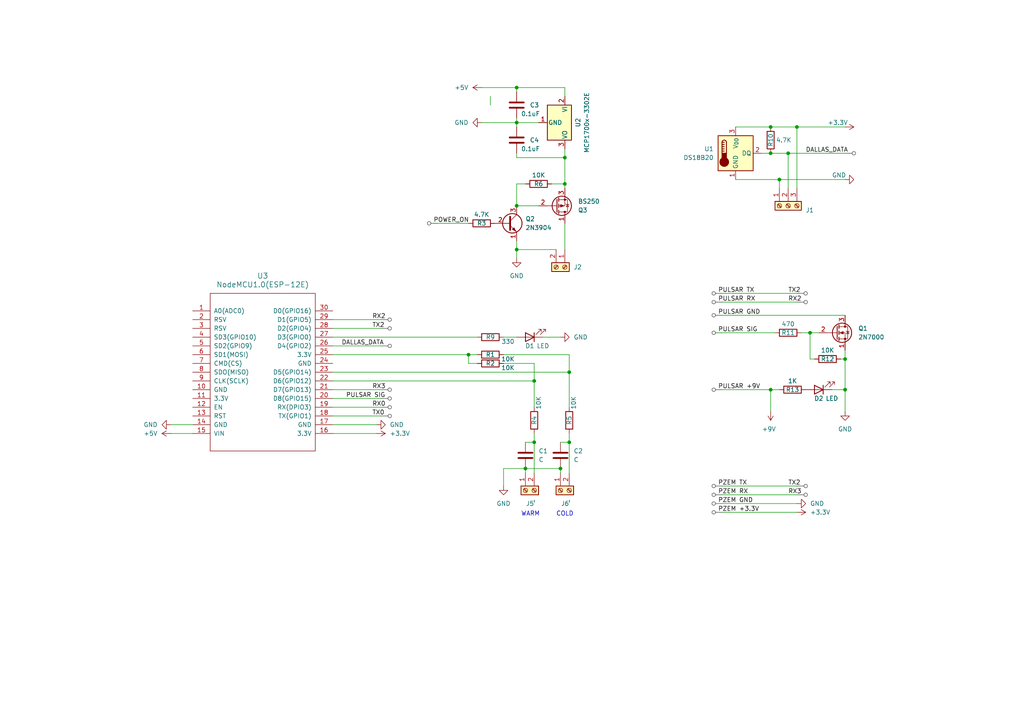
<source format=kicad_sch>
(kicad_sch (version 20230121) (generator eeschema)
  (paper "A4")
  (lib_symbols
    (symbol "Connector:Screw_Terminal_01x02" (pin_names (offset 1.016) hide)
      (property "Reference" "J" (at 0 2.54 0))
      (property "Value" "Screw_Terminal_01x02" (at 0 -5.08 0))
      (symbol "Screw_Terminal_01x02_1_1"
        (rectangle (start -1.27 1.27) (end 1.27 -3.81) (stroke (width 0.254)) (fill (type background)))
        (circle (center 0 -2.54) (radius 0.635) (stroke (width 0.1524)))
        (polyline (pts (xy -0.5334 -2.2098) (xy 0.3302 -3.048)) (stroke (width 0.1524)))
        (polyline (pts (xy -0.5334 0.3302) (xy 0.3302 -0.508)) (stroke (width 0.1524)))
        (polyline (pts (xy -0.3556 -2.032) (xy 0.508 -2.8702)) (stroke (width 0.1524)))
        (polyline (pts (xy -0.3556 0.508) (xy 0.508 -0.3302)) (stroke (width 0.1524)))
        (circle (center 0 0) (radius 0.635) (stroke (width 0.1524)))
        (pin passive line (at -5.08 0 0) (length 3.81) (name "Pin_1") (number "1"))
        (pin passive line (at -5.08 -2.54 0) (length 3.81) (name "Pin_2") (number "2"))
      )
    )
    (symbol "Connector:Screw_Terminal_01x03" (pin_names (offset 1.016) hide)
      (property "Reference" "J" (at 0 5.08 0))
      (property "Value" "Screw_Terminal_01x03" (at 0 -5.08 0))
      (symbol "Screw_Terminal_01x03_1_1"
        (rectangle (start -1.27 3.81) (end 1.27 -3.81) (stroke (width 0.254)) (fill (type background)))
        (circle (center 0 -2.54) (radius 0.635) (stroke (width 0.1524)))
        (polyline (pts (xy -0.5334 -2.2098) (xy 0.3302 -3.048)) (stroke (width 0.1524)))
        (polyline (pts (xy -0.5334 0.3302) (xy 0.3302 -0.508)) (stroke (width 0.1524)))
        (polyline (pts (xy -0.5334 2.8702) (xy 0.3302 2.032)) (stroke (width 0.1524)))
        (polyline (pts (xy -0.3556 -2.032) (xy 0.508 -2.8702)) (stroke (width 0.1524)))
        (polyline (pts (xy -0.3556 0.508) (xy 0.508 -0.3302)) (stroke (width 0.1524)))
        (polyline (pts (xy -0.3556 3.048) (xy 0.508 2.2098)) (stroke (width 0.1524)))
        (circle (center 0 0) (radius 0.635) (stroke (width 0.1524)))
        (circle (center 0 2.54) (radius 0.635) (stroke (width 0.1524)))
        (pin passive line (at -5.08 2.54 0) (length 3.81) (name "Pin_1") (number "1"))
        (pin passive line (at -5.08 0 0) (length 3.81) (name "Pin_2") (number "2"))
        (pin passive line (at -5.08 -2.54 0) (length 3.81) (name "Pin_3") (number "3"))
      )
    )
    (symbol "Device:C" (pin_numbers hide) (pin_names (offset 0.254))
      (property "Reference" "C" (at 0.635 2.54 0))
      (property "Value" "C" (at 0.635 -2.54 0))
      (symbol "C_0_1"
        (polyline (pts (xy -2.032 -0.762) (xy 2.032 -0.762)) (stroke (width 0.508)))
        (polyline (pts (xy -2.032 0.762) (xy 2.032 0.762)) (stroke (width 0.508)))
      )
      (symbol "C_1_1"
        (pin passive line (at 0 3.81 270) (length 2.794) (name "~") (number "1"))
        (pin passive line (at 0 -3.81 90) (length 2.794) (name "~") (number "2"))
      )
    )
    (symbol "Device:LED" (pin_numbers hide) (pin_names (offset 1.016) hide)
      (property "Reference" "D" (at 0 2.54 0))
      (property "Value" "LED" (at 0 -2.54 0))
      (symbol "LED_0_1"
        (polyline (pts (xy -1.27 -1.27) (xy -1.27 1.27)) (stroke (width 0.254)))
        (polyline (pts (xy -1.27 0) (xy 1.27 0)))
        (polyline (pts (xy 1.27 -1.27) (xy 1.27 1.27) (xy -1.27 0) (xy 1.27 -1.27)) (stroke (width 0.254)))
        (polyline (pts (xy -3.048 -0.762) (xy -4.572 -2.286) (xy -3.81 -2.286) (xy -4.572 -2.286) (xy -4.572 -1.524)))
        (polyline (pts (xy -1.778 -0.762) (xy -3.302 -2.286) (xy -2.54 -2.286) (xy -3.302 -2.286) (xy -3.302 -1.524)))
      )
      (symbol "LED_1_1"
        (pin passive line (at -3.81 0 0) (length 2.54) (name "K") (number "1"))
        (pin passive line (at 3.81 0 180) (length 2.54) (name "A") (number "2"))
      )
    )
    (symbol "Device:R" (pin_numbers hide) (pin_names (offset 0))
      (property "Reference" "R" (at 2.032 0 90))
      (property "Value" "R" (at 0 0 90))
      (symbol "R_0_1"
        (rectangle (start -1.016 -2.54) (end 1.016 2.54) (stroke (width 0.254)))
      )
      (symbol "R_1_1"
        (pin passive line (at 0 3.81 270) (length 1.27) (name "~") (number "1"))
        (pin passive line (at 0 -3.81 90) (length 1.27) (name "~") (number "2"))
      )
    )
    (symbol "ESP8266:NodeMCU1.0(ESP-12E)" (pin_names (offset 1.016))
      (property "Reference" "U" (at 0 21.59 0))
      (property "Value" "NodeMCU1.0(ESP-12E)" (at 0 -21.59 0))
      (symbol "NodeMCU1.0(ESP-12E)_0_1"
        (rectangle (start -15.24 -22.86) (end 15.24 22.86))
      )
      (symbol "NodeMCU1.0(ESP-12E)_1_1"
        (pin input line (at -20.32 17.78 0) (length 5.08) (name "A0(ADC0)") (number "1"))
        (pin input line (at -20.32 -5.08 0) (length 5.08) (name "GND") (number "10"))
        (pin input line (at -20.32 -7.62 0) (length 5.08) (name "3.3V") (number "11"))
        (pin input line (at -20.32 -10.16 0) (length 5.08) (name "EN") (number "12"))
        (pin input line (at -20.32 -12.7 0) (length 5.08) (name "RST") (number "13"))
        (pin input line (at -20.32 -15.24 0) (length 5.08) (name "GND") (number "14"))
        (pin input line (at -20.32 -17.78 0) (length 5.08) (name "VIN") (number "15"))
        (pin input line (at 20.32 -17.78 180) (length 5.08) (name "3.3V") (number "16"))
        (pin input line (at 20.32 -15.24 180) (length 5.08) (name "GND") (number "17"))
        (pin input line (at 20.32 -12.7 180) (length 5.08) (name "TX(GPIO1)") (number "18"))
        (pin input line (at 20.32 -10.16 180) (length 5.08) (name "RX(DPIO3)") (number "19"))
        (pin input line (at -20.32 15.24 0) (length 5.08) (name "RSV") (number "2"))
        (pin input line (at 20.32 -7.62 180) (length 5.08) (name "D8(GPIO15)") (number "20"))
        (pin input line (at 20.32 -5.08 180) (length 5.08) (name "D7(GPIO13)") (number "21"))
        (pin input line (at 20.32 -2.54 180) (length 5.08) (name "D6(GPIO12)") (number "22"))
        (pin input line (at 20.32 0 180) (length 5.08) (name "D5(GPIO14)") (number "23"))
        (pin input line (at 20.32 2.54 180) (length 5.08) (name "GND") (number "24"))
        (pin input line (at 20.32 5.08 180) (length 5.08) (name "3.3V") (number "25"))
        (pin input line (at 20.32 7.62 180) (length 5.08) (name "D4(GPIO2)") (number "26"))
        (pin input line (at 20.32 10.16 180) (length 5.08) (name "D3(GPIO0)") (number "27"))
        (pin input line (at 20.32 12.7 180) (length 5.08) (name "D2(GPIO4)") (number "28"))
        (pin input line (at 20.32 15.24 180) (length 5.08) (name "D1(GPIO5)") (number "29"))
        (pin input line (at -20.32 12.7 0) (length 5.08) (name "RSV") (number "3"))
        (pin input line (at 20.32 17.78 180) (length 5.08) (name "D0(GPIO16)") (number "30"))
        (pin input line (at -20.32 10.16 0) (length 5.08) (name "SD3(GPIO10)") (number "4"))
        (pin input line (at -20.32 7.62 0) (length 5.08) (name "SD2(GPIO9)") (number "5"))
        (pin input line (at -20.32 5.08 0) (length 5.08) (name "SD1(MOSI)") (number "6"))
        (pin input line (at -20.32 2.54 0) (length 5.08) (name "CMD(CS)") (number "7"))
        (pin input line (at -20.32 0 0) (length 5.08) (name "SDO(MISO)") (number "8"))
        (pin input line (at -20.32 -2.54 0) (length 5.08) (name "CLK(SCLK)") (number "9"))
      )
    )
    (symbol "Regulator_Linear:MCP1700x-330xxTO" (pin_names (offset 0.254))
      (property "Reference" "U" (at -3.81 -3.175 0))
      (property "Value" "MCP1700x-330xxTO" (at 0 -3.175 0))
      (symbol "MCP1700x-330xxTO_0_1"
        (rectangle (start -5.08 5.08) (end 5.08 -1.905) (stroke (width 0.254)) (fill (type background)))
      )
      (symbol "MCP1700x-330xxTO_1_1"
        (pin power_in line (at 0 7.62 270) (length 2.54) (name "GND") (number "1"))
        (pin power_in line (at -7.62 0 0) (length 2.54) (name "VI") (number "2"))
        (pin power_out line (at 7.62 0 180) (length 2.54) (name "VO") (number "3"))
      )
    )
    (symbol "Sensor_Temperature:DS18B20"
      (property "Reference" "U" (at -3.81 6.35 0))
      (property "Value" "DS18B20" (at 6.35 6.35 0))
      (symbol "DS18B20_0_1"
        (rectangle (start -5.08 5.08) (end 5.08 -5.08) (stroke (width 0.254)) (fill (type background)))
        (circle (center -3.302 -2.54) (radius 1.27) (stroke (width 0.254)) (fill (type outline)))
        (rectangle (start -2.667 -1.905) (end -3.937 0) (stroke (width 0.254)) (fill (type outline)))
        (arc (start -2.667 3.175) (mid -3.302 3.8073) (end -3.937 3.175) (stroke (width 0.254)))
        (polyline (pts (xy -3.937 0.635) (xy -3.302 0.635)) (stroke (width 0.254)))
        (polyline (pts (xy -3.937 1.27) (xy -3.302 1.27)) (stroke (width 0.254)))
        (polyline (pts (xy -3.937 1.905) (xy -3.302 1.905)) (stroke (width 0.254)))
        (polyline (pts (xy -3.937 2.54) (xy -3.302 2.54)) (stroke (width 0.254)))
        (polyline (pts (xy -3.937 3.175) (xy -3.937 0)) (stroke (width 0.254)))
        (polyline (pts (xy -3.937 3.175) (xy -3.302 3.175)) (stroke (width 0.254)))
        (polyline (pts (xy -2.667 3.175) (xy -2.667 0)) (stroke (width 0.254)))
      )
      (symbol "DS18B20_1_1"
        (pin power_in line (at 0 -7.62 90) (length 2.54) (name "GND") (number "1"))
        (pin bidirectional line (at 7.62 0 180) (length 2.54) (name "DQ") (number "2"))
        (pin power_in line (at 0 7.62 270) (length 2.54) (name "V_{DD}") (number "3"))
      )
    )
    (symbol "Transistor_BJT:2N3904" (pin_names (offset 0) hide)
      (property "Reference" "Q" (at 5.08 1.905 0))
      (property "Value" "2N3904" (at 5.08 0 0))
      (symbol "2N3904_0_1"
        (polyline (pts (xy 0.635 0.635) (xy 2.54 2.54)))
        (polyline (pts (xy 0.635 -0.635) (xy 2.54 -2.54) (xy 2.54 -2.54)))
        (polyline (pts (xy 0.635 1.905) (xy 0.635 -1.905) (xy 0.635 -1.905)) (stroke (width 0.508)))
        (polyline (pts (xy 1.27 -1.778) (xy 1.778 -1.27) (xy 2.286 -2.286) (xy 1.27 -1.778) (xy 1.27 -1.778)) (fill (type outline)))
        (circle (center 1.27 0) (radius 2.8194) (stroke (width 0.254)))
      )
      (symbol "2N3904_1_1"
        (pin passive line (at 2.54 -5.08 90) (length 2.54) (name "E") (number "1"))
        (pin passive line (at -5.08 0 0) (length 5.715) (name "B") (number "2"))
        (pin passive line (at 2.54 5.08 270) (length 2.54) (name "C") (number "3"))
      )
    )
    (symbol "Transistor_FET:2N7000" (pin_names hide)
      (property "Reference" "Q" (at 5.08 1.905 0))
      (property "Value" "2N7000" (at 5.08 0 0))
      (symbol "2N7000_0_1"
        (polyline (pts (xy 0.254 0) (xy -2.54 0)))
        (polyline (pts (xy 0.254 1.905) (xy 0.254 -1.905)) (stroke (width 0.254)))
        (polyline (pts (xy 0.762 -1.27) (xy 0.762 -2.286)) (stroke (width 0.254)))
        (polyline (pts (xy 0.762 0.508) (xy 0.762 -0.508)) (stroke (width 0.254)))
        (polyline (pts (xy 0.762 2.286) (xy 0.762 1.27)) (stroke (width 0.254)))
        (polyline (pts (xy 2.54 2.54) (xy 2.54 1.778)))
        (polyline (pts (xy 2.54 -2.54) (xy 2.54 0) (xy 0.762 0)))
        (polyline (pts (xy 0.762 -1.778) (xy 3.302 -1.778) (xy 3.302 1.778) (xy 0.762 1.778)))
        (polyline (pts (xy 1.016 0) (xy 2.032 0.381) (xy 2.032 -0.381) (xy 1.016 0)) (fill (type outline)))
        (polyline (pts (xy 2.794 0.508) (xy 2.921 0.381) (xy 3.683 0.381) (xy 3.81 0.254)))
        (polyline (pts (xy 3.302 0.381) (xy 2.921 -0.254) (xy 3.683 -0.254) (xy 3.302 0.381)))
        (circle (center 1.651 0) (radius 2.794) (stroke (width 0.254)))
        (circle (center 2.54 -1.778) (radius 0.254) (fill (type outline)))
        (circle (center 2.54 1.778) (radius 0.254) (fill (type outline)))
      )
      (symbol "2N7000_1_1"
        (pin passive line (at 2.54 -5.08 90) (length 2.54) (name "S") (number "1"))
        (pin input line (at -5.08 0 0) (length 2.54) (name "G") (number "2"))
        (pin passive line (at 2.54 5.08 270) (length 2.54) (name "D") (number "3"))
      )
    )
    (symbol "Transistor_FET:BS250" (pin_names hide)
      (property "Reference" "Q" (at 5.08 1.905 0))
      (property "Value" "BS250" (at 5.08 0 0))
      (symbol "BS250_0_1"
        (polyline (pts (xy 0.254 0) (xy -2.54 0)))
        (polyline (pts (xy 0.254 1.905) (xy 0.254 -1.905)) (stroke (width 0.254)))
        (polyline (pts (xy 0.762 -1.27) (xy 0.762 -2.286)) (stroke (width 0.254)))
        (polyline (pts (xy 0.762 0.508) (xy 0.762 -0.508)) (stroke (width 0.254)))
        (polyline (pts (xy 0.762 2.286) (xy 0.762 1.27)) (stroke (width 0.254)))
        (polyline (pts (xy 2.54 2.54) (xy 2.54 1.778)))
        (polyline (pts (xy 2.54 -2.54) (xy 2.54 0) (xy 0.762 0)))
        (polyline (pts (xy 0.762 1.778) (xy 3.302 1.778) (xy 3.302 -1.778) (xy 0.762 -1.778)))
        (polyline (pts (xy 2.286 0) (xy 1.27 0.381) (xy 1.27 -0.381) (xy 2.286 0)) (fill (type outline)))
        (polyline (pts (xy 2.794 -0.508) (xy 2.921 -0.381) (xy 3.683 -0.381) (xy 3.81 -0.254)))
        (polyline (pts (xy 3.302 -0.381) (xy 2.921 0.254) (xy 3.683 0.254) (xy 3.302 -0.381)))
        (circle (center 1.651 0) (radius 2.794) (stroke (width 0.254)))
        (circle (center 2.54 -1.778) (radius 0.254) (fill (type outline)))
        (circle (center 2.54 1.778) (radius 0.254) (fill (type outline)))
      )
      (symbol "BS250_1_1"
        (pin passive line (at 2.54 5.08 270) (length 2.54) (name "D") (number "1"))
        (pin input line (at -5.08 0 0) (length 2.54) (name "G") (number "2"))
        (pin passive line (at 2.54 -5.08 90) (length 2.54) (name "S") (number "3"))
      )
    )
    (symbol "power:+3.3V" (power) (pin_names (offset 0))
      (property "Value" "+3.3V" (at 0 3.556 0))
      (symbol "+3.3V_0_1"
        (polyline (pts (xy -0.762 1.27) (xy 0 2.54)))
        (polyline (pts (xy 0 0) (xy 0 2.54)))
        (polyline (pts (xy 0 2.54) (xy 0.762 1.27)))
      )
      (symbol "+3.3V_1_1"
        (pin power_in line (at 0 0 90) (length 0) hide (name "+3.3V") (number "1"))
      )
    )
    (symbol "power:+5V" (power) (pin_names (offset 0))
      (property "Value" "+5V" (at 0 3.556 0))
      (symbol "+5V_0_1"
        (polyline (pts (xy -0.762 1.27) (xy 0 2.54)))
        (polyline (pts (xy 0 0) (xy 0 2.54)))
        (polyline (pts (xy 0 2.54) (xy 0.762 1.27)))
      )
      (symbol "+5V_1_1"
        (pin power_in line (at 0 0 90) (length 0) hide (name "+5V") (number "1"))
      )
    )
    (symbol "power:+9V" (power) (pin_names (offset 0))
      (property "Value" "+9V" (at 0 3.556 0))
      (symbol "+9V_0_1"
        (polyline (pts (xy -0.762 1.27) (xy 0 2.54)))
        (polyline (pts (xy 0 0) (xy 0 2.54)))
        (polyline (pts (xy 0 2.54) (xy 0.762 1.27)))
      )
      (symbol "+9V_1_1"
        (pin power_in line (at 0 0 90) (length 0) hide (name "+9V") (number "1"))
      )
    )
    (symbol "power:GND" (power) (pin_names (offset 0))
      (property "Value" "GND" (at 0 -3.81 0))
      (symbol "GND_0_1"
        (polyline (pts (xy 0 0) (xy 0 -1.27) (xy 1.27 -1.27) (xy 0 -2.54) (xy -1.27 -1.27) (xy 0 -1.27)))
      )
      (symbol "GND_1_1"
        (pin power_in line (at 0 0 270) (length 0) hide (name "GND") (number "1"))
      )
    )
  )
  (junction (at 234.95 96.52))
  (junction (at 223.52 36.83))
  (junction (at 223.52 113.03))
  (junction (at 154.94 110.49))
  (junction (at 226.06 52.07))
  (junction (at 228.6 44.45))
  (junction (at 149.86 72.39))
  (junction (at 162.56 135.89))
  (junction (at 149.86 25.4))
  (junction (at 223.52 44.45))
  (junction (at 152.4 135.89))
  (junction (at 149.86 59.69))
  (junction (at 165.1 128.27))
  (junction (at 135.89 102.87))
  (junction (at 231.14 36.83))
  (junction (at 163.83 53.34))
  (junction (at 245.11 113.03))
  (junction (at 165.1 107.95))
  (junction (at 163.83 45.72))
  (junction (at 245.11 104.14))
  (junction (at 149.86 35.56))
  (junction (at 154.94 128.27))
  (wire (pts (xy 245.11 104.14) (xy 245.11 113.03)))
  (wire (pts (xy 223.52 36.83) (xy 231.14 36.83)))
  (wire (pts (xy 149.86 25.4) (xy 163.83 25.4)))
  (wire (pts (xy 152.4 135.89) (xy 162.56 135.89)))
  (wire (pts (xy 209.55 140.97) (xy 231.14 140.97)))
  (wire (pts (xy 234.95 96.52) (xy 234.95 104.14)))
  (wire (pts (xy 149.86 45.72) (xy 163.83 45.72)))
  (wire (pts (xy 49.53 125.73) (xy 55.88 125.73)))
  (wire (pts (xy 96.52 92.71) (xy 110.49 92.71)))
  (wire (pts (xy 96.52 107.95) (xy 165.1 107.95)))
  (wire (pts (xy 96.52 100.33) (xy 110.49 100.33)))
  (wire (pts (xy 237.49 96.52) (xy 234.95 96.52)))
  (wire (pts (xy 149.86 69.85) (xy 149.86 72.39)))
  (wire (pts (xy 165.1 102.87) (xy 165.1 107.95)))
  (wire (pts (xy 223.52 44.45) (xy 220.98 44.45)))
  (wire (pts (xy 154.94 110.49) (xy 154.94 118.11)))
  (wire (pts (xy 154.94 105.41) (xy 154.94 110.49)))
  (wire (pts (xy 228.6 44.45) (xy 245.11 44.45)))
  (wire (pts (xy 226.06 52.07) (xy 226.06 54.61)))
  (wire (pts (xy 241.3 113.03) (xy 245.11 113.03)))
  (wire (pts (xy 152.4 128.27) (xy 154.94 128.27)))
  (wire (pts (xy 146.05 105.41) (xy 154.94 105.41)))
  (wire (pts (xy 163.83 45.72) (xy 163.83 53.34)))
  (wire (pts (xy 149.86 72.39) (xy 161.29 72.39)))
  (wire (pts (xy 149.86 35.56) (xy 156.21 35.56)))
  (wire (pts (xy 157.48 97.79) (xy 162.56 97.79)))
  (wire (pts (xy 236.22 104.14) (xy 234.95 104.14)))
  (wire (pts (xy 245.11 101.6) (xy 245.11 104.14)))
  (wire (pts (xy 209.55 87.63) (xy 231.14 87.63)))
  (wire (pts (xy 149.86 34.29) (xy 149.86 35.56)))
  (wire (pts (xy 163.83 43.18) (xy 163.83 45.72)))
  (wire (pts (xy 149.86 59.69) (xy 156.21 59.69)))
  (wire (pts (xy 96.52 97.79) (xy 138.43 97.79)))
  (wire (pts (xy 96.52 113.03) (xy 110.49 113.03)))
  (wire (pts (xy 165.1 125.73) (xy 165.1 128.27)))
  (wire (pts (xy 146.05 102.87) (xy 165.1 102.87)))
  (wire (pts (xy 226.06 52.07) (xy 245.11 52.07)))
  (wire (pts (xy 223.52 113.03) (xy 209.55 113.03)))
  (wire (pts (xy 228.6 44.45) (xy 228.6 54.61)))
  (wire (pts (xy 162.56 128.27) (xy 165.1 128.27)))
  (wire (pts (xy 96.52 95.25) (xy 110.49 95.25)))
  (wire (pts (xy 49.53 123.19) (xy 55.88 123.19)))
  (wire (pts (xy 146.05 135.89) (xy 146.05 140.97)))
  (wire (pts (xy 231.14 36.83) (xy 245.11 36.83)))
  (wire (pts (xy 139.7 25.4) (xy 149.86 25.4)))
  (wire (pts (xy 165.1 107.95) (xy 165.1 118.11)))
  (wire (pts (xy 154.94 128.27) (xy 154.94 137.16)))
  (wire (pts (xy 139.7 35.56) (xy 149.86 35.56)))
  (wire (pts (xy 143.51 64.77) (xy 142.24 64.77)))
  (wire (pts (xy 160.02 53.34) (xy 163.83 53.34)))
  (wire (pts (xy 96.52 118.11) (xy 110.49 118.11)))
  (wire (pts (xy 165.1 128.27) (xy 165.1 137.16)))
  (wire (pts (xy 234.95 96.52) (xy 232.41 96.52)))
  (wire (pts (xy 146.05 135.89) (xy 152.4 135.89)))
  (wire (pts (xy 213.36 36.83) (xy 223.52 36.83)))
  (wire (pts (xy 149.86 44.45) (xy 149.86 45.72)))
  (wire (pts (xy 149.86 53.34) (xy 149.86 59.69)))
  (wire (pts (xy 163.83 25.4) (xy 163.83 27.94)))
  (wire (pts (xy 109.22 125.73) (xy 96.52 125.73)))
  (wire (pts (xy 149.86 72.39) (xy 149.86 74.93)))
  (wire (pts (xy 209.55 146.05) (xy 231.14 146.05)))
  (wire (pts (xy 209.55 91.44) (xy 245.11 91.44)))
  (wire (pts (xy 125.73 64.77) (xy 135.89 64.77)))
  (wire (pts (xy 135.89 102.87) (xy 135.89 105.41)))
  (wire (pts (xy 152.4 135.89) (xy 152.4 137.16)))
  (wire (pts (xy 135.89 102.87) (xy 138.43 102.87)))
  (wire (pts (xy 96.52 120.65) (xy 110.49 120.65)))
  (wire (pts (xy 142.24 30.48) (xy 142.24 27.94)))
  (wire (pts (xy 154.94 125.73) (xy 154.94 128.27)))
  (wire (pts (xy 109.22 123.19) (xy 96.52 123.19)))
  (wire (pts (xy 96.52 110.49) (xy 154.94 110.49)))
  (wire (pts (xy 163.83 53.34) (xy 163.83 54.61)))
  (wire (pts (xy 209.55 85.09) (xy 231.14 85.09)))
  (wire (pts (xy 163.83 64.77) (xy 163.83 72.39)))
  (wire (pts (xy 243.84 104.14) (xy 245.11 104.14)))
  (wire (pts (xy 209.55 143.51) (xy 231.14 143.51)))
  (wire (pts (xy 162.56 135.89) (xy 162.56 137.16)))
  (wire (pts (xy 149.86 36.83) (xy 149.86 35.56)))
  (wire (pts (xy 223.52 113.03) (xy 223.52 119.38)))
  (wire (pts (xy 223.52 44.45) (xy 228.6 44.45)))
  (wire (pts (xy 152.4 53.34) (xy 149.86 53.34)))
  (wire (pts (xy 135.89 105.41) (xy 138.43 105.41)))
  (wire (pts (xy 208.28 96.52) (xy 224.79 96.52)))
  (wire (pts (xy 245.11 113.03) (xy 245.11 119.38)))
  (wire (pts (xy 231.14 36.83) (xy 231.14 54.61)))
  (wire (pts (xy 146.05 97.79) (xy 149.86 97.79)))
  (wire (pts (xy 213.36 52.07) (xy 226.06 52.07)))
  (wire (pts (xy 209.55 148.59) (xy 231.14 148.59)))
  (wire (pts (xy 149.86 26.67) (xy 149.86 25.4)))
  (wire (pts (xy 96.52 102.87) (xy 135.89 102.87)))
  (wire (pts (xy 96.52 115.57) (xy 110.49 115.57)))
  (wire (pts (xy 223.52 113.03) (xy 226.06 113.03)))
  (text "WARM" (at 151.13 149.86 0) (effects (font (size 1.27 1.27)) (justify left bottom)))
  (text "COLD" (at 161.29 149.86 0) (effects (font (size 1.27 1.27)) (justify left bottom)))
  (label "PULSAR SIG" (at 100.33 115.57 0))
  (label "RX2" (at 107.95 92.71 0))
  (label "PULSAR +9V" (at 208.28 113.03 0))
  (label "TX0" (at 107.95 120.65 0))
  (label "PULSAR GND" (at 208.28 91.44 0))
  (label "RX2" (at 228.6 87.63 0))
  (label "RX0" (at 107.95 118.11 0))
  (label "DALLAS_DATA" (at 233.68 44.45 0))
  (label "PZEM RX" (at 208.28 143.51 0))
  (label "PZEM +3.3V" (at 208.28 148.59 0))
  (label "TX2" (at 228.6 140.97 0))
  (label "POWER_ON" (at 125.73 64.77 0))
  (label "DALLAS_DATA" (at 99.06 100.33 0))
  (label "PZEM GND" (at 208.28 146.05 0))
  (label "PULSAR TX" (at 208.28 85.09 0))
  (label "PZEM TX" (at 208.28 140.97 0))
  (label "RX3" (at 228.6 143.51 0))
  (label "PULSAR RX" (at 208.28 87.63 0))
  (label "TX2" (at 107.95 95.25 0))
  (label "PULSAR SIG" (at 208.28 96.52 0))
  (label "RX3" (at 107.95 113.03 0))
  (label "TX2" (at 228.6 85.09 0))
  (netclass_flag "" (length 2.54) (shape round) (at 231.14 140.97 270))
  (netclass_flag "" (length 2.54) (shape round) (at 209.55 146.05 90))
  (netclass_flag "" (length 2.54) (shape round) (at 110.49 95.25 270))
  (netclass_flag "" (length 2.54) (shape round) (at 110.49 118.11 270))
  (netclass_flag "" (length 2.54) (shape round) (at 245.11 44.45 270))
  (netclass_flag "" (length 2.54) (shape round) (at 231.14 143.51 270))
  (netclass_flag "" (length 2.54) (shape round) (at 110.49 115.57 270))
  (netclass_flag "" (length 2.54) (shape round) (at 231.14 85.09 270))
  (netclass_flag "" (length 2.54) (shape round) (at 110.49 113.03 270))
  (netclass_flag "" (length 2.54) (shape round) (at 209.55 143.51 90))
  (netclass_flag "" (length 2.54) (shape round) (at 209.55 140.97 90))
  (netclass_flag "" (length 2.54) (shape round) (at 209.55 96.52 90))
  (netclass_flag "" (length 2.54) (shape round) (at 231.14 87.63 270))
  (netclass_flag "" (length 2.54) (shape round) (at 110.49 92.71 270))
  (netclass_flag "" (length 2.54) (shape round) (at 127 64.77 90))
  (netclass_flag "" (length 2.54) (shape round) (at 209.55 85.09 90))
  (netclass_flag "" (length 2.54) (shape round) (at 110.49 120.65 270))
  (netclass_flag "" (length 2.54) (shape round) (at 209.55 91.44 90))
  (netclass_flag "" (length 2.54) (shape round) (at 209.55 113.03 90))
  (netclass_flag "" (length 2.54) (shape round) (at 110.49 100.33 270))
  (netclass_flag "" (length 2.54) (shape round) (at 209.55 87.63 90))
  (netclass_flag "" (length 2.54) (shape round) (at 209.55 148.59 90))
  (symbol (lib_id "ESP8266:NodeMCU1.0(ESP-12E)") (at 76.2 107.95 0) (unit 1)
    (property "Reference" "U3" (at 76.2 80.01 0) (effects (font (size 1.524 1.524))))
    (property "Value" "NodeMCU1.0(ESP-12E)" (at 76.2 82.55 0) (effects (font (size 1.524 1.524))))
  )
  (symbol (lib_id "Device:C") (at 162.56 132.08 0) (unit 1)
    (property "Reference" "C2" (at 166.37 130.81 0) (effects (justify left)))
    (property "Value" "C" (at 166.37 133.35 0) (effects (justify left)))
  )
  (symbol (lib_id "power:GND") (at 231.14 146.05 90) (unit 1)
    (property "Reference" "#PWR010" (effects hide))
    (property "Value" "GND" (at 234.95 146.05 90) (effects (justify right)))
  )
  (symbol (lib_id "power:+3.3V") (at 245.11 36.83 270) (unit 1)
    (property "Reference" "#PWR09" (effects hide))
    (property "Value" "+3.3V" (at 240.03 35.56 90) (effects (justify left)))
  )
  (symbol (lib_id "power:GND") (at 149.86 74.93 0) (unit 1)
    (property "Reference" "#PWR015" (effects hide))
    (property "Value" "GND" (at 149.86 80.01 0))
  )
  (symbol (lib_id "Connector:Screw_Terminal_01x03") (at 228.6 59.69 90) (mirror x) (unit 1)
    (property "Reference" "J1" (at 233.68 60.96 90) (effects (justify right)))
    (property "Value" "Screw_Terminal_01x03" (effects hide))
  )
  (symbol (lib_id "Device:R") (at 229.87 113.03 270) (unit 1)
    (property "Reference" "R13" (at 229.87 113.03 90))
    (property "Value" "1K" (at 229.87 110.49 90))
  )
  (symbol (lib_id "power:GND") (at 146.05 140.97 0) (unit 1)
    (property "Reference" "#PWR02" (effects hide))
    (property "Value" "GND" (at 146.05 146.05 0))
  )
  (symbol (lib_id "Device:R") (at 139.7 64.77 90) (unit 1)
    (property "Reference" "R3" (at 139.7 64.77 90))
    (property "Value" "4.7K" (at 139.7 62.23 90))
  )
  (symbol (lib_id "Device:R") (at 156.21 53.34 90) (unit 1)
    (property "Reference" "R6" (at 156.21 53.34 90))
    (property "Value" "10K" (at 156.21 50.8 90))
  )
  (symbol (lib_id "Device:R") (at 142.24 102.87 90) (unit 1)
    (property "Reference" "R1" (at 142.24 102.87 90))
    (property "Value" "10K" (at 147.32 104.14 90))
  )
  (symbol (lib_id "Device:C") (at 149.86 30.48 0) (unit 1)
    (property "Reference" "C3" (at 153.67 30.48 0) (effects (justify left)))
    (property "Value" "0.1uF" (at 151.13 33.02 0) (effects (justify left)))
  )
  (symbol (lib_id "Sensor_Temperature:DS18B20") (at 213.36 44.45 0) (unit 1)
    (property "Reference" "U1" (at 207.01 43.18 0) (effects (justify right)))
    (property "Value" "DS18B20" (at 207.01 45.72 0) (effects (justify right)))
    (property "Footprint" "Package_TO_SOT_THT:TO-92_Inline" (effects hide))
    (property "Datasheet" "http://datasheets.maximintegrated.com/en/ds/DS18B20.pdf" (effects hide))
  )
  (symbol (lib_id "power:GND") (at 162.56 97.79 90) (unit 1)
    (property "Reference" "#PWR04" (effects hide))
    (property "Value" "GND" (at 166.37 97.79 90) (effects (justify right)))
  )
  (symbol (lib_id "Device:R") (at 154.94 121.92 180) (unit 1)
    (property "Reference" "R4" (at 154.94 121.92 90))
    (property "Value" "10K" (at 156.21 116.84 90))
  )
  (symbol (lib_id "Connector:Screw_Terminal_01x02") (at 163.83 77.47 270) (unit 1)
    (property "Reference" "J2" (at 166.37 77.47 90) (effects (justify left)))
    (property "Value" "Screw_Terminal_01x02" (effects hide))
  )
  (symbol (lib_id "Device:LED") (at 237.49 113.03 180) (unit 1)
    (property "Reference" "D2" (at 237.49 115.57 0))
    (property "Value" "LED" (at 241.3 115.57 0))
  )
  (symbol (lib_id "Device:R") (at 228.6 96.52 90) (unit 1)
    (property "Reference" "R11" (at 228.6 96.52 90))
    (property "Value" "470" (at 228.6 93.98 90))
  )
  (symbol (lib_id "Transistor_FET:2N7000") (at 242.57 96.52 0) (unit 1)
    (property "Reference" "Q1" (at 248.92 95.25 0) (effects (justify left)))
    (property "Value" "2N7000" (at 248.92 97.79 0) (effects (justify left)))
    (property "Footprint" "Package_TO_SOT_THT:TO-92_Inline" (effects hide))
    (property "Datasheet" "https://www.vishay.com/docs/70226/70226.pdf" (effects hide))
  )
  (symbol (lib_id "power:+3.3V") (at 231.14 148.59 270) (unit 1)
    (property "Reference" "#PWR013" (effects hide))
    (property "Value" "+3.3V" (at 234.95 148.59 90) (effects (justify left)))
  )
  (symbol (lib_id "power:GND") (at 245.11 52.07 90) (unit 1)
    (property "Reference" "#PWR08" (effects hide))
    (property "Value" "GND" (at 241.3 50.8 90) (effects (justify right)))
  )
  (symbol (lib_id "Connector:Screw_Terminal_01x02") (at 162.56 142.24 90) (mirror x) (unit 1)
    (property "Reference" "J6" (at 165.1 146.05 90) (effects (justify left)))
    (property "Value" "~" (at 165.1 144.78 0) (effects (justify left)))
  )
  (symbol (lib_id "power:+9V") (at 223.52 119.38 0) (mirror x) (unit 1)
    (property "Reference" "#PWR011" (effects hide))
    (property "Value" "+9V" (at 220.98 124.46 0) (effects (justify left)))
  )
  (symbol (lib_id "power:+5V") (at 139.7 25.4 90) (unit 1)
    (property "Reference" "#PWR01" (effects hide))
    (property "Value" "+5V" (at 135.89 25.4 90) (effects (justify left)))
  )
  (symbol (lib_id "Device:C") (at 149.86 40.64 0) (unit 1)
    (property "Reference" "C4" (at 153.67 40.64 0) (effects (justify left)))
    (property "Value" "0.1uF" (at 151.13 43.18 0) (effects (justify left)))
  )
  (symbol (lib_id "Connector:Screw_Terminal_01x02") (at 152.4 142.24 90) (mirror x) (unit 1)
    (property "Reference" "J5" (at 154.94 146.05 90) (effects (justify left)))
    (property "Value" "~" (at 154.94 144.78 0) (effects (justify left)))
  )
  (symbol (lib_id "Device:R") (at 142.24 97.79 90) (unit 1)
    (property "Reference" "R9" (at 142.24 97.79 90))
    (property "Value" "330" (at 147.32 99.06 90))
  )
  (symbol (lib_id "Transistor_FET:BS250") (at 161.29 59.69 0) (mirror x) (unit 1)
    (property "Reference" "Q3" (at 167.64 60.96 0) (effects (justify left)))
    (property "Value" "BS250" (at 167.64 58.42 0) (effects (justify left)))
    (property "Footprint" "Package_TO_SOT_THT:TO-92_Inline" (effects hide))
    (property "Datasheet" "http://www.vishay.com/docs/70209/70209.pdf" (effects hide))
  )
  (symbol (lib_id "Device:LED") (at 153.67 97.79 180) (unit 1)
    (property "Reference" "D1" (at 153.67 100.33 0))
    (property "Value" "LED" (at 157.48 100.33 0))
  )
  (symbol (lib_id "Device:R") (at 165.1 121.92 180) (unit 1)
    (property "Reference" "R5" (at 165.1 121.92 90))
    (property "Value" "10K" (at 166.37 116.84 90))
  )
  (symbol (lib_id "power:GND") (at 109.22 123.19 90) (unit 1)
    (property "Reference" "#PWR03" (effects hide))
    (property "Value" "GND" (at 113.03 123.19 90) (effects (justify right)))
  )
  (symbol (lib_id "power:GND") (at 139.7 35.56 270) (unit 1)
    (property "Reference" "#PWR014" (effects hide))
    (property "Value" "GND" (at 135.89 35.56 90) (effects (justify right)))
  )
  (symbol (lib_id "Transistor_BJT:2N3904") (at 147.32 64.77 0) (unit 1)
    (property "Reference" "Q2" (at 152.4 63.5 0) (effects (justify left)))
    (property "Value" "2N3904" (at 152.4 66.04 0) (effects (justify left)))
    (property "Footprint" "Package_TO_SOT_THT:TO-92_Inline" (effects hide))
    (property "Datasheet" "https://www.onsemi.com/pub/Collateral/2N3903-D.PDF" (effects hide))
  )
  (symbol (lib_id "Regulator_Linear:MCP1700x-330xxTO") (at 163.83 35.56 90) (mirror x) (unit 1)
    (property "Reference" "U2" (at 167.64 35.56 0))
    (property "Value" "MCP1700x-3302E" (at 170.18 35.56 0))
    (property "Footprint" "Package_TO_SOT_THT:TO-92_Inline" (effects hide))
    (property "Datasheet" "http://ww1.microchip.com/downloads/en/DeviceDoc/20001826D.pdf" (effects hide))
  )
  (symbol (lib_id "power:GND") (at 245.11 119.38 0) (unit 1)
    (property "Reference" "#PWR012" (effects hide))
    (property "Value" "GND" (at 245.11 124.46 0))
  )
  (symbol (lib_id "Device:R") (at 223.52 40.64 0) (unit 1)
    (property "Reference" "R10" (at 223.52 40.64 90))
    (property "Value" "4.7K" (at 227.33 40.64 0))
  )
  (symbol (lib_id "power:+5V") (at 49.53 125.73 90) (unit 1)
    (property "Reference" "#PWR07" (effects hide))
    (property "Value" "+5V" (at 45.72 125.73 90) (effects (justify left)))
  )
  (symbol (lib_id "Device:C") (at 152.4 132.08 0) (unit 1)
    (property "Reference" "C1" (at 156.21 130.81 0) (effects (justify left)))
    (property "Value" "C" (at 156.21 133.35 0) (effects (justify left)))
  )
  (symbol (lib_id "power:GND") (at 49.53 123.19 270) (unit 1)
    (property "Reference" "#PWR06" (effects hide))
    (property "Value" "GND" (at 45.72 123.19 90) (effects (justify right)))
  )
  (symbol (lib_id "Device:R") (at 240.03 104.14 270) (unit 1)
    (property "Reference" "R12" (at 240.03 104.14 90))
    (property "Value" "10K" (at 240.03 101.6 90))
  )
  (symbol (lib_id "power:+3.3V") (at 109.22 125.73 270) (unit 1)
    (property "Reference" "#PWR05" (effects hide))
    (property "Value" "+3.3V" (at 113.03 125.73 90) (effects (justify left)))
  )
  (symbol (lib_id "Device:R") (at 142.24 105.41 90) (unit 1)
    (property "Reference" "R2" (at 142.24 105.41 90))
    (property "Value" "10K" (at 147.32 106.68 90))
  )
)
</source>
